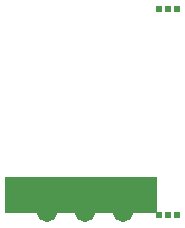
<source format=gbs>
G04*
G04 #@! TF.GenerationSoftware,Altium Limited,Altium Designer,19.1.7 (138)*
G04*
G04 Layer_Color=16711935*
%FSAX25Y25*%
%MOIN*%
G70*
G01*
G75*
%ADD31C,0.02375*%
%ADD32C,0.06706*%
%ADD38R,0.50866X0.11870*%
D31*
X0446614Y0339508D02*
D03*
X0449528Y0339508D02*
D03*
X0452480D02*
D03*
X0452480Y0270610D02*
D03*
X0449528D02*
D03*
X0446575D02*
D03*
D32*
X0409331Y0271673D02*
D03*
X0421890Y0271634D02*
D03*
X0434449Y0271595D02*
D03*
D38*
X0420433Y0277530D02*
D03*
M02*

</source>
